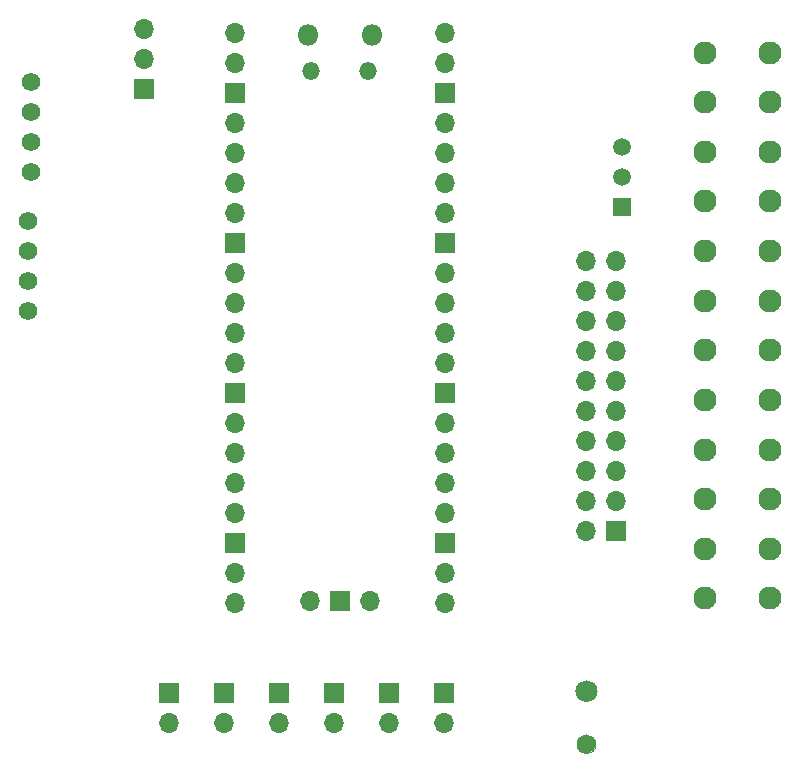
<source format=gbr>
%TF.GenerationSoftware,KiCad,Pcbnew,9.0.0*%
%TF.CreationDate,2025-02-23T12:28:02-06:00*%
%TF.ProjectId,PicoPowerManagement,5069636f-506f-4776-9572-4d616e616765,rev?*%
%TF.SameCoordinates,Original*%
%TF.FileFunction,Soldermask,Bot*%
%TF.FilePolarity,Negative*%
%FSLAX46Y46*%
G04 Gerber Fmt 4.6, Leading zero omitted, Abs format (unit mm)*
G04 Created by KiCad (PCBNEW 9.0.0) date 2025-02-23 12:28:02*
%MOMM*%
%LPD*%
G01*
G04 APERTURE LIST*
%ADD10C,0.120000*%
%ADD11R,1.700000X1.700000*%
%ADD12O,1.700000X1.700000*%
%ADD13C,1.955800*%
%ADD14C,1.800000*%
%ADD15C,1.600000*%
%ADD16O,1.800000X1.800000*%
%ADD17O,1.500000X1.500000*%
%ADD18R,1.500000X1.500000*%
%ADD19C,1.500000*%
%ADD20C,1.574800*%
G04 APERTURE END LIST*
D10*
%TO.C,J13*%
X131900000Y-117075000D02*
G75*
G02*
X130100000Y-117075000I-900000J0D01*
G01*
X130100000Y-117075000D02*
G75*
G02*
X131900000Y-117075000I900000J0D01*
G01*
X131800000Y-121575000D02*
G75*
G02*
X130200000Y-121575000I-800000J0D01*
G01*
X130200000Y-121575000D02*
G75*
G02*
X131800000Y-121575000I800000J0D01*
G01*
%TD*%
D11*
%TO.C,J12*%
X133540000Y-103540000D03*
D12*
X131000000Y-103540000D03*
X133540000Y-101000000D03*
X131000000Y-101000000D03*
X133540000Y-98460000D03*
X131000000Y-98460000D03*
X133540000Y-95920000D03*
X131000000Y-95920000D03*
X133540000Y-93380000D03*
X131000000Y-93380000D03*
X133540000Y-90840000D03*
X131000000Y-90840000D03*
X133540000Y-88300000D03*
X131000000Y-88300000D03*
X133540000Y-85760000D03*
X131000000Y-85760000D03*
X133540000Y-83220000D03*
X131000000Y-83220000D03*
X133540000Y-80680000D03*
X131000000Y-80680000D03*
%TD*%
D13*
%TO.C,J11*%
X146550599Y-63004902D03*
X146550599Y-67204902D03*
X146550599Y-71404901D03*
X146550599Y-75604900D03*
X146550599Y-79804900D03*
X146550599Y-84004899D03*
X146550599Y-88204898D03*
X146550599Y-92404897D03*
X146550599Y-96604897D03*
X146550599Y-100804896D03*
X146550599Y-105004895D03*
X146550599Y-109204894D03*
X141050600Y-63004902D03*
X141050600Y-67204902D03*
X141050600Y-71404901D03*
X141050600Y-75604900D03*
X141050600Y-79804900D03*
X141050600Y-84004899D03*
X141050600Y-88204898D03*
X141050600Y-92404897D03*
X141050600Y-96604897D03*
X141050600Y-100804896D03*
X141050600Y-105004895D03*
X141050600Y-109204894D03*
%TD*%
D11*
%TO.C,J10*%
X93500000Y-66040000D03*
D12*
X93500000Y-63500000D03*
X93500000Y-60960000D03*
%TD*%
D11*
%TO.C,J3*%
X100350000Y-117225000D03*
D12*
X100350000Y-119765000D03*
%TD*%
D14*
%TO.C,J13*%
X131000000Y-117075000D03*
D15*
X131000000Y-121575000D03*
%TD*%
D11*
%TO.C,J4*%
X105000000Y-117225000D03*
D12*
X105000000Y-119765000D03*
%TD*%
D11*
%TO.C,J6*%
X118950000Y-117225000D03*
D12*
X118950000Y-119765000D03*
%TD*%
D11*
%TO.C,SW1*%
X95650000Y-117225000D03*
D12*
X95650000Y-119765000D03*
%TD*%
D16*
%TO.C,J2*%
X107385000Y-61500000D03*
D17*
X107685000Y-64530000D03*
X112535000Y-64530000D03*
D16*
X112835000Y-61500000D03*
D12*
X101220000Y-61370000D03*
X101220000Y-63910000D03*
D11*
X101220000Y-66450000D03*
D12*
X101220000Y-68990000D03*
X101220000Y-71530000D03*
X101220000Y-74070000D03*
X101220000Y-76610000D03*
D11*
X101220000Y-79150000D03*
D12*
X101220000Y-81690000D03*
X101220000Y-84230000D03*
X101220000Y-86770000D03*
X101220000Y-89310000D03*
D11*
X101220000Y-91850000D03*
D12*
X101220000Y-94390000D03*
X101220000Y-96930000D03*
X101220000Y-99470000D03*
X101220000Y-102010000D03*
D11*
X101220000Y-104550000D03*
D12*
X101220000Y-107090000D03*
X101220000Y-109630000D03*
X119000000Y-109630000D03*
X119000000Y-107090000D03*
D11*
X119000000Y-104550000D03*
D12*
X119000000Y-102010000D03*
X119000000Y-99470000D03*
X119000000Y-96930000D03*
X119000000Y-94390000D03*
D11*
X119000000Y-91850000D03*
D12*
X119000000Y-89310000D03*
X119000000Y-86770000D03*
X119000000Y-84230000D03*
X119000000Y-81690000D03*
D11*
X119000000Y-79150000D03*
D12*
X119000000Y-76610000D03*
X119000000Y-74070000D03*
X119000000Y-71530000D03*
X119000000Y-68990000D03*
D11*
X119000000Y-66450000D03*
D12*
X119000000Y-63910000D03*
X119000000Y-61370000D03*
X107570000Y-109400000D03*
D11*
X110110000Y-109400000D03*
D12*
X112650000Y-109400000D03*
%TD*%
D11*
%TO.C,J9*%
X114300000Y-117225000D03*
D12*
X114300000Y-119765000D03*
%TD*%
D11*
%TO.C,J5*%
X109650000Y-117225000D03*
D12*
X109650000Y-119765000D03*
%TD*%
D18*
%TO.C,Q1*%
X134000000Y-76040000D03*
D19*
X134000000Y-73500000D03*
X134000000Y-70960000D03*
%TD*%
D20*
%TO.C,J8*%
X83746150Y-77223400D03*
X83746150Y-79763400D03*
X83746150Y-82303400D03*
X83746150Y-84843400D03*
%TD*%
%TO.C,J7*%
X84000000Y-65460000D03*
X84000000Y-68000000D03*
X84000000Y-70540000D03*
X84000000Y-73080000D03*
%TD*%
M02*

</source>
